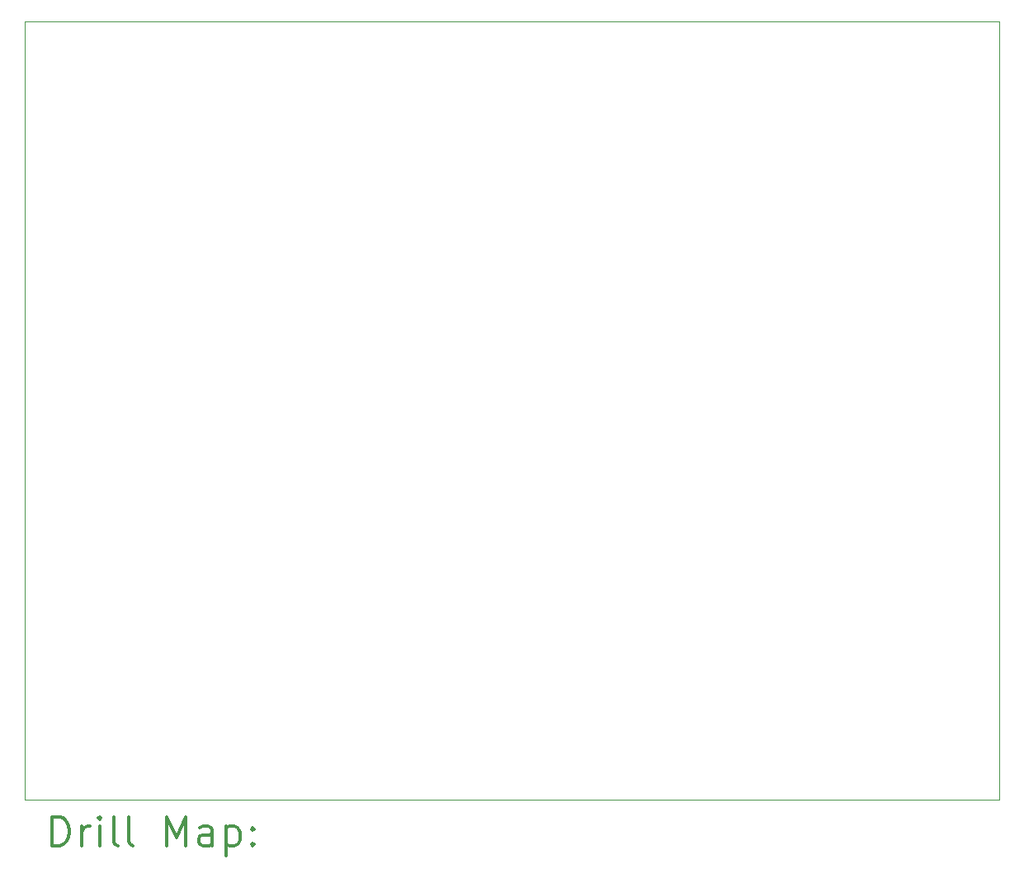
<source format=gbr>
%FSLAX45Y45*%
G04 Gerber Fmt 4.5, Leading zero omitted, Abs format (unit mm)*
G04 Created by KiCad (PCBNEW 5.1.10) date 2022-01-16 13:45:01*
%MOMM*%
%LPD*%
G01*
G04 APERTURE LIST*
%TA.AperFunction,Profile*%
%ADD10C,0.100000*%
%TD*%
%ADD11C,0.200000*%
%ADD12C,0.300000*%
G04 APERTURE END LIST*
D10*
X2000000Y-4000000D02*
X12000000Y-4000000D01*
X12000000Y-4000000D02*
X12000000Y-12000000D01*
X2000000Y-12000000D02*
X2000000Y-4000000D01*
X12000000Y-12000000D02*
X2000000Y-12000000D01*
D11*
D12*
X2281428Y-12470714D02*
X2281428Y-12170714D01*
X2352857Y-12170714D01*
X2395714Y-12185000D01*
X2424286Y-12213571D01*
X2438571Y-12242143D01*
X2452857Y-12299286D01*
X2452857Y-12342143D01*
X2438571Y-12399286D01*
X2424286Y-12427857D01*
X2395714Y-12456429D01*
X2352857Y-12470714D01*
X2281428Y-12470714D01*
X2581428Y-12470714D02*
X2581428Y-12270714D01*
X2581428Y-12327857D02*
X2595714Y-12299286D01*
X2610000Y-12285000D01*
X2638571Y-12270714D01*
X2667143Y-12270714D01*
X2767143Y-12470714D02*
X2767143Y-12270714D01*
X2767143Y-12170714D02*
X2752857Y-12185000D01*
X2767143Y-12199286D01*
X2781428Y-12185000D01*
X2767143Y-12170714D01*
X2767143Y-12199286D01*
X2952857Y-12470714D02*
X2924286Y-12456429D01*
X2910000Y-12427857D01*
X2910000Y-12170714D01*
X3110000Y-12470714D02*
X3081428Y-12456429D01*
X3067143Y-12427857D01*
X3067143Y-12170714D01*
X3452857Y-12470714D02*
X3452857Y-12170714D01*
X3552857Y-12385000D01*
X3652857Y-12170714D01*
X3652857Y-12470714D01*
X3924286Y-12470714D02*
X3924286Y-12313571D01*
X3910000Y-12285000D01*
X3881428Y-12270714D01*
X3824286Y-12270714D01*
X3795714Y-12285000D01*
X3924286Y-12456429D02*
X3895714Y-12470714D01*
X3824286Y-12470714D01*
X3795714Y-12456429D01*
X3781428Y-12427857D01*
X3781428Y-12399286D01*
X3795714Y-12370714D01*
X3824286Y-12356429D01*
X3895714Y-12356429D01*
X3924286Y-12342143D01*
X4067143Y-12270714D02*
X4067143Y-12570714D01*
X4067143Y-12285000D02*
X4095714Y-12270714D01*
X4152857Y-12270714D01*
X4181428Y-12285000D01*
X4195714Y-12299286D01*
X4210000Y-12327857D01*
X4210000Y-12413571D01*
X4195714Y-12442143D01*
X4181428Y-12456429D01*
X4152857Y-12470714D01*
X4095714Y-12470714D01*
X4067143Y-12456429D01*
X4338571Y-12442143D02*
X4352857Y-12456429D01*
X4338571Y-12470714D01*
X4324286Y-12456429D01*
X4338571Y-12442143D01*
X4338571Y-12470714D01*
X4338571Y-12285000D02*
X4352857Y-12299286D01*
X4338571Y-12313571D01*
X4324286Y-12299286D01*
X4338571Y-12285000D01*
X4338571Y-12313571D01*
M02*

</source>
